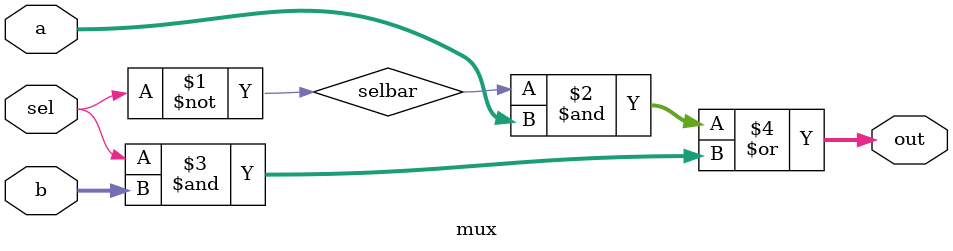
<source format=v>
module mux( 
input [4:0] a, b,
input sel,
output [4:0] out );
// When sel=0, assign a to out. 
// When sel=1, assign b to out. 
// Write your code below.
assign selbar = ~sel;
assign out = selbar & a | sel & b;
endmodule

</source>
